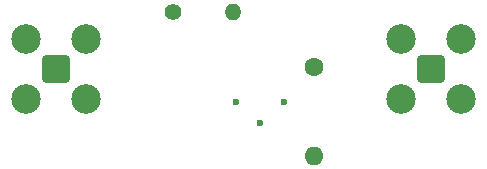
<source format=gbr>
%TF.GenerationSoftware,KiCad,Pcbnew,8.0.1*%
%TF.CreationDate,2024-04-10T13:09:59-07:00*%
%TF.ProjectId,LowPassFilter,4c6f7750-6173-4734-9669-6c7465722e6b,rev?*%
%TF.SameCoordinates,Original*%
%TF.FileFunction,Copper,L4,Bot*%
%TF.FilePolarity,Positive*%
%FSLAX46Y46*%
G04 Gerber Fmt 4.6, Leading zero omitted, Abs format (unit mm)*
G04 Created by KiCad (PCBNEW 8.0.1) date 2024-04-10 13:09:59*
%MOMM*%
%LPD*%
G01*
G04 APERTURE LIST*
G04 Aperture macros list*
%AMRoundRect*
0 Rectangle with rounded corners*
0 $1 Rounding radius*
0 $2 $3 $4 $5 $6 $7 $8 $9 X,Y pos of 4 corners*
0 Add a 4 corners polygon primitive as box body*
4,1,4,$2,$3,$4,$5,$6,$7,$8,$9,$2,$3,0*
0 Add four circle primitives for the rounded corners*
1,1,$1+$1,$2,$3*
1,1,$1+$1,$4,$5*
1,1,$1+$1,$6,$7*
1,1,$1+$1,$8,$9*
0 Add four rect primitives between the rounded corners*
20,1,$1+$1,$2,$3,$4,$5,0*
20,1,$1+$1,$4,$5,$6,$7,0*
20,1,$1+$1,$6,$7,$8,$9,0*
20,1,$1+$1,$8,$9,$2,$3,0*%
G04 Aperture macros list end*
%TA.AperFunction,ComponentPad*%
%ADD10C,1.600000*%
%TD*%
%TA.AperFunction,ComponentPad*%
%ADD11O,1.600000X1.600000*%
%TD*%
%TA.AperFunction,ComponentPad*%
%ADD12RoundRect,0.200100X0.949900X-0.949900X0.949900X0.949900X-0.949900X0.949900X-0.949900X-0.949900X0*%
%TD*%
%TA.AperFunction,ComponentPad*%
%ADD13C,2.500000*%
%TD*%
%TA.AperFunction,ComponentPad*%
%ADD14RoundRect,0.200100X-0.949900X0.949900X-0.949900X-0.949900X0.949900X-0.949900X0.949900X0.949900X0*%
%TD*%
%TA.AperFunction,ComponentPad*%
%ADD15C,1.400000*%
%TD*%
%TA.AperFunction,ComponentPad*%
%ADD16O,1.400000X1.400000*%
%TD*%
%TA.AperFunction,ViaPad*%
%ADD17C,0.600000*%
%TD*%
G04 APERTURE END LIST*
D10*
%TO.P,C2,1*%
%TO.N,Net-(RF-OUT1-In)*%
X154178000Y-94802000D03*
D11*
%TO.P,C2,2*%
%TO.N,GND*%
X154178000Y-102302000D03*
%TD*%
D12*
%TO.P,RF-IN,1,In*%
%TO.N,Net-(RF-IN1-In)*%
X132374000Y-94996000D03*
D13*
%TO.P,RF-IN,2,Ext*%
%TO.N,GND*%
X129834000Y-97536000D03*
X134914000Y-97536000D03*
X129834000Y-92456000D03*
X134914000Y-92456000D03*
%TD*%
D14*
%TO.P,RF-OUT,1,In*%
%TO.N,Net-(RF-OUT1-In)*%
X164084000Y-94996000D03*
D13*
%TO.P,RF-OUT,2,Ext*%
%TO.N,GND*%
X166624000Y-92456000D03*
X161544000Y-92456000D03*
X166624000Y-97536000D03*
X161544000Y-97536000D03*
%TD*%
D15*
%TO.P,R2,1*%
%TO.N,Net-(RF-IN1-In)*%
X142240000Y-90170000D03*
D16*
%TO.P,R2,2*%
%TO.N,Net-(RF-OUT1-In)*%
X147320000Y-90170000D03*
%TD*%
D17*
%TO.N,GND*%
X149606000Y-99568000D03*
X151638000Y-97790000D03*
X147574000Y-97790000D03*
%TD*%
M02*

</source>
